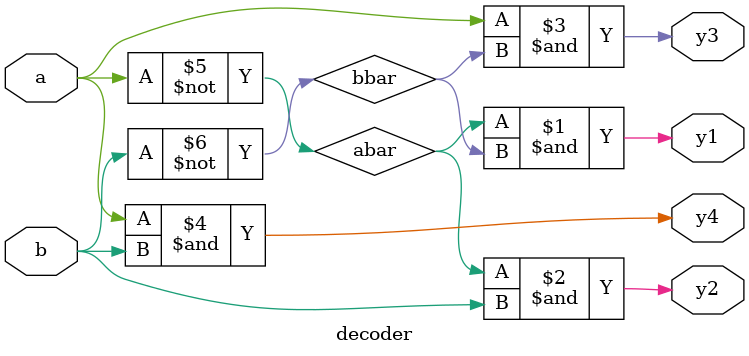
<source format=v>
`timescale 1ns / 1ps
module decoder(a,b,y1,y2,y3,y4);
input a,b;
output y1,y2,y3,y4;
wire abar ,bbar;

not(abar,a);
not(bbar,b);

and(y1,abar,bbar);
and(y2,abar,b);
and(y3,a,bbar);
and(y4,a,b);


endmodule

</source>
